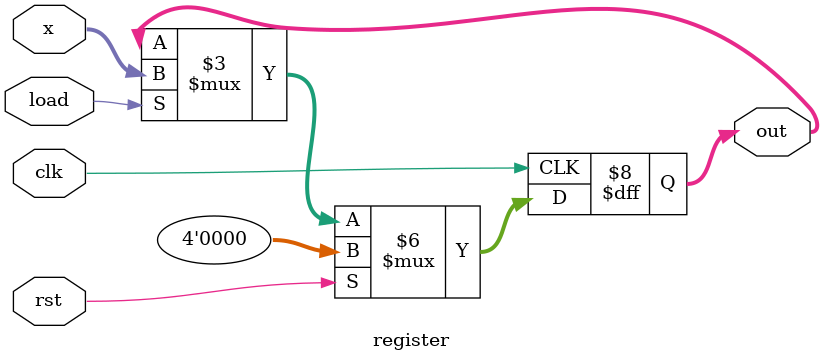
<source format=v>
module register (
	input clk,
	input rst,
	input load,
  input [3:0] x,
  output reg [3:0] out
);
	always @(posedge clk) begin
		if (rst)
		begin
			out <= 0;
		end
		else 
		begin
			if(load) out <= x;
			else out <= out ;
		end
	end
endmodule

</source>
